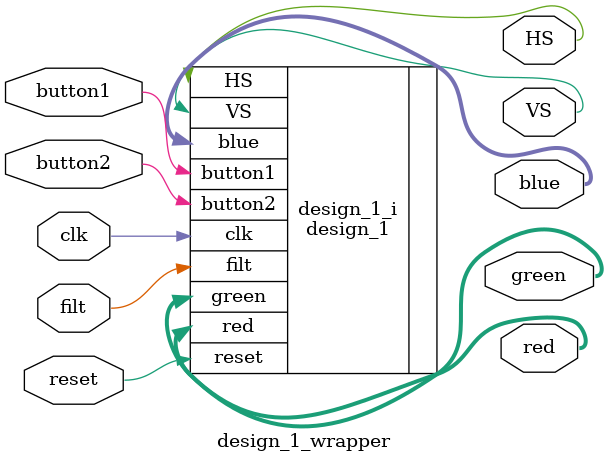
<source format=v>
`timescale 1 ps / 1 ps

module design_1_wrapper
   (HS,
    VS,
    blue,
    button1,
    button2,
    clk,
    filt,
    green,
    red,
    reset);
  output HS;
  output VS;
  output [3:0]blue;
  input button1;
  input button2;
  input clk;
  input filt;
  output [3:0]green;
  output [3:0]red;
  input reset;

  wire HS;
  wire VS;
  wire [3:0]blue;
  wire button1;
  wire button2;
  wire clk;
  wire filt;
  wire [3:0]green;
  wire [3:0]red;
  wire reset;

  design_1 design_1_i
       (.HS(HS),
        .VS(VS),
        .blue(blue),
        .button1(button1),
        .button2(button2),
        .clk(clk),
        .filt(filt),
        .green(green),
        .red(red),
        .reset(reset));
endmodule

</source>
